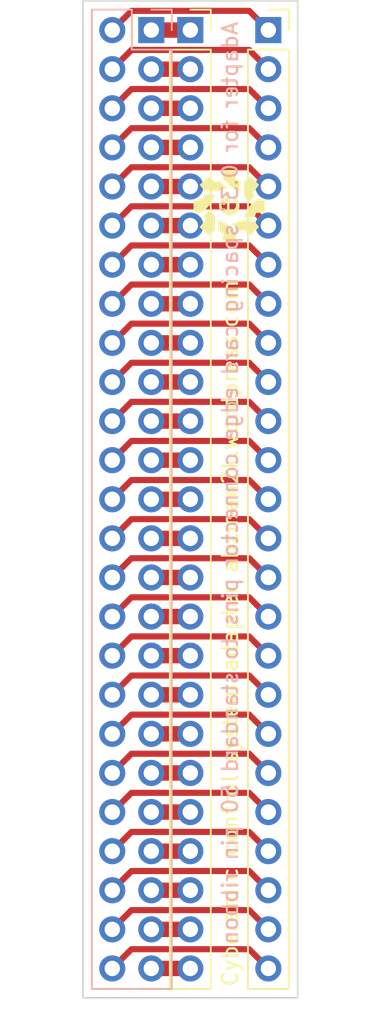
<source format=kicad_pcb>
(kicad_pcb (version 20221018) (generator pcbnew)
  (layers (0 "F.Cu" signal) (31 "B.Cu" signal) (34 "B.Paste" user) (35 "F.Paste" user) (36 "B.SilkS" user "B.Silkscreen") (37 "F.SilkS" user "F.Silkscreen") (38 "B.Mask" user) (39 "F.Mask" user) (44 "Edge.Cuts" user))
  (net 0 "")
  (net 1 "Net-(J1-Pin_1)")
  (net 2 "Net-(J1-Pin_2)")
  (net 3 "Net-(J1-Pin_3)")
  (net 4 "Net-(J1-Pin_4)")
  (net 5 "Net-(J1-Pin_5)")
  (net 6 "Net-(J1-Pin_6)")
  (net 7 "Net-(J1-Pin_7)")
  (net 8 "Net-(J1-Pin_8)")
  (net 9 "Net-(J1-Pin_9)")
  (net 10 "Net-(J1-Pin_10)")
  (net 11 "Net-(J1-Pin_11)")
  (net 12 "Net-(J1-Pin_12)")
  (net 13 "Net-(J1-Pin_13)")
  (net 14 "Net-(J1-Pin_14)")
  (net 15 "Net-(J1-Pin_15)")
  (net 16 "Net-(J1-Pin_16)")
  (net 17 "Net-(J1-Pin_17)")
  (net 18 "Net-(J1-Pin_18)")
  (net 19 "Net-(J1-Pin_19)")
  (net 20 "Net-(J1-Pin_20)")
  (net 21 "Net-(J1-Pin_21)")
  (net 22 "Net-(J1-Pin_22)")
  (net 23 "Net-(J1-Pin_23)")
  (net 24 "Net-(J1-Pin_24)")
  (net 25 "Net-(J1-Pin_25)")
  (net 26 "Net-(J2-Pin_1)")
  (net 27 "Net-(J2-Pin_2)")
  (net 28 "Net-(J2-Pin_3)")
  (net 29 "Net-(J2-Pin_4)")
  (net 30 "Net-(J2-Pin_5)")
  (net 31 "Net-(J2-Pin_6)")
  (net 32 "Net-(J2-Pin_7)")
  (net 33 "Net-(J2-Pin_8)")
  (net 34 "Net-(J2-Pin_9)")
  (net 35 "Net-(J2-Pin_10)")
  (net 36 "Net-(J2-Pin_11)")
  (net 37 "Net-(J2-Pin_12)")
  (net 38 "Net-(J2-Pin_13)")
  (net 39 "Net-(J2-Pin_14)")
  (net 40 "Net-(J2-Pin_15)")
  (net 41 "Net-(J2-Pin_16)")
  (net 42 "Net-(J2-Pin_17)")
  (net 43 "Net-(J2-Pin_18)")
  (net 44 "Net-(J2-Pin_19)")
  (net 45 "Net-(J2-Pin_20)")
  (net 46 "Net-(J2-Pin_21)")
  (net 47 "Net-(J2-Pin_22)")
  (net 48 "Net-(J2-Pin_23)")
  (net 49 "Net-(J2-Pin_24)")
  (net 50 "Net-(J2-Pin_25)")
  (footprint "Evan's parts:Evan Logo" (layer "F.Cu") (at 149.86 49.53 90)
    (fp_text reference "G***" hide)
    (fp_text value "LOGO" hide)
    (fp_poly (pts (xy 0.402529 -2.30258) (xy 0.405364 -2.280349) (xy 0.409266 -2.246086) (xy 0.413654 -2.205046) (xy 0.416757 -2.174538) (xy 0.422149 -2.122631) (xy 0.428705 -2.062982) (xy 0.435369 -2.005071) (xy 0.438475 -1.97922) (xy 0.444273 -1.929162) (xy 0.449928 -1.875688) (xy 0.454622 -1.826723) (xy 0.456648 -1.80268) (xy 0.460438 -1.766711) (xy 0.465264 -1.739565) (xy 0.470418 -1.724864) (xy 0.472188 -1.723323) (xy 0.497913 -1.715572) (xy 0.533708 -1.703951) (xy 0.574794 -1.690105) (xy 0.616397 -1.675682) (xy 0.653739 -1.662326) (xy 0.682044 -1.651685) (xy 0.692294 -1.647469) (xy 0.729187 -1.631176) (xy 0.729187 -1.266989) (xy 0.729137 -1.189378) (xy 0.728994 -1.117426) (xy 0.72877 -1.052926) (xy 0.728473 -0.997671) (xy 0.728117 -0.953454) (xy 0.72771 -0.92207) (xy 0.727264 -0.90531) (xy 0.727017 -0.90297) (xy 0.719435 -0.907653) (xy 0.700792 -0.920119) (xy 0.67427 -0.938224) (xy 0.6554 -0.951245) (xy 0.53931 -1.021325) (xy 0.413706 -1.077725) (xy 0.280993 -1.119392) (xy 0.260424 -1.124352) (xy 0.195318 -1.139437) (xy -0.128056 -1.461641) (xy -0.451431 -1.783846) (xy -0.446581 -1.827278) (xy -0.443603 -1.853623) (xy -0.439246 -1.891768) (xy -0.434132 -1.936268) (xy -0.429673 -1.97488) (xy -0.423604 -2.028589) (xy -0.417082 -2.088379) (xy -0.411075 -2.145295) (xy -0.4081 -2.174538) (xy -0.403713 -2.217204) (xy -0.399397 -2.256837) (xy -0.395735 -2.288185) (xy -0.393848 -2.30258) (xy -0.389109 -2.335133) (xy 0.397791 -2.335133)) (fill solid) (layer "F.SilkS"))
    (fp_poly (pts (xy -1.147665 0.146527) (xy -1.142586 0.165466) (xy -1.141542 0.171446) (xy -1.11341 0.303415) (xy -1.071769 0.42966) (xy -1.017745 0.547138) (xy -0.97581 0.618462) (xy -0.937525 0.677644) (xy -0.937525 1.586787) (xy -0.966166 1.611558) (xy -0.991448 1.632902) (xy -1.020196 1.656459) (xy -1.029102 1.663595) (xy -1.046299 1.677331) (xy -1.074375 1.699827) (xy -1.110683 1.728961) (xy -1.152576 1.762607) (xy -1.197407 1.798643) (xy -1.20663 1.80606) (xy -1.249697 1.840679) (xy -1.288452 1.871793) (xy -1.320755 1.89769) (xy -1.344471 1.916657) (xy -1.357461 1.926981) (xy -1.358974 1.928157) (xy -1.367153 1.923764) (xy -1.386628 1.907643) (xy -1.416612 1.880534) (xy -1.456322 1.843179) (xy -1.504974 1.79632) (xy -1.561782 1.740697) (xy -1.625962 1.677053) (xy -1.647656 1.655386) (xy -1.927226 1.375717) (xy -1.804918 1.223898) (xy -1.768665 1.178922) (xy -1.735364 1.137653) (xy -1.706804 1.102306) (xy -1.684774 1.075094) (xy -1.671064 1.058231) (xy -1.66815 1.054686) (xy -1.656567 1.040508) (xy -1.637334 1.016712) (xy -1.613637 0.987248) (xy -1.599527 0.969647) (xy -1.545363 0.902) (xy -1.583645 0.826444) (xy -1.603639 0.786217) (xy -1.623644 0.744696) (xy -1.640254 0.708989) (xy -1.644636 0.699176) (xy -1.667347 0.647463) (xy -1.413171 0.393178) (xy -1.358446 0.338573) (xy -1.307469 0.287987) (xy -1.261555 0.242702) (xy -1.222015 0.203999) (xy -1.190164 0.173163) (xy -1.167313 0.151474) (xy -1.154776 0.140216) (xy -1.152823 0.138893)) (fill solid) (layer "F.SilkS"))
    (fp_poly (pts (xy 1.138051 0.937937) (xy 1.584245 0.938347) (xy 1.623309 0.987643) (xy 1.644961 1.014886) (xy 1.664167 1.03891) (xy 1.676763 1.054508) (xy 1.687877 1.06821) (xy 1.707148 1.0921) (xy 1.73264 1.123769) (xy 1.762418 1.160806) (xy 1.794547 1.200801) (xy 1.827093 1.241344) (xy 1.858121 1.280025) (xy 1.885696 1.314434) (xy 1.907883 1.34216) (xy 1.922746 1.360794) (xy 1.928157 1.367656) (xy 1.923764 1.375835) (xy 1.907643 1.395309) (xy 1.880534 1.425294) (xy 1.843179 1.465004) (xy 1.79632 1.513655) (xy 1.740697 1.570463) (xy 1.677053 1.634643) (xy 1.655386 1.656337) (xy 1.375717 1.935908) (xy 1.223898 1.813599) (xy 1.178922 1.777347) (xy 1.137653 1.744046) (xy 1.102306 1.715486) (xy 1.075094 1.693456) (xy 1.058231 1.679745) (xy 1.054686 1.676832) (xy 1.040508 1.665249) (xy 1.016712 1.646016) (xy 0.987248 1.622318) (xy 0.969647 1.608208) (xy 0.902 1.554045) (xy 0.826444 1.592326) (xy 0.786514 1.612184) (xy 0.74558 1.631928) (xy 0.710601 1.64822) (xy 0.70082 1.652591) (xy 0.650751 1.674575) (xy 0.394007 1.418269) (xy 0.339277 1.363448) (xy 0.288722 1.312451) (xy 0.243595 1.266568) (xy 0.205146 1.22709) (xy 0.17463 1.195304) (xy 0.153297 1.172503) (xy 0.142402 1.159976) (xy 0.141269 1.157957) (xy 0.151287 1.154624) (xy 0.173511 1.14986) (xy 0.200679 1.145102) (xy 0.329993 1.115751) (xy 0.457178 1.06953) (xy 0.581033 1.006905) (xy 0.625885 0.979601) (xy 0.691858 0.937526)) (fill solid) (layer "F.SilkS"))
    (fp_poly (pts (xy -1.313961 -1.885564) (xy -1.292255 -1.86862) (xy -1.260076 -1.843148) (xy -1.220363 -1.811507) (xy -1.176053 -1.776057) (xy -1.130085 -1.739155) (xy -1.085397 -1.703163) (xy -1.044926 -1.670439) (xy -1.011611 -1.643343) (xy -0.988391 -1.624234) (xy -0.98534 -1.621682) (xy -0.968623 -1.608008) (xy -0.94475 -1.588901) (xy -0.929119 -1.576546) (xy -0.89033 -1.546058) (xy -0.82929 -1.57904) (xy -0.789437 -1.599556) (xy -0.743376 -1.621776) (xy -0.701006 -1.640925) (xy -0.700594 -1.641102) (xy -0.632938 -1.670183) (xy -0.377235 -1.414589) (xy -0.322475 -1.359713) (xy -0.271729 -1.308589) (xy -0.226277 -1.262526) (xy -0.187397 -1.222832) (xy -0.156368 -1.190815) (xy -0.134467 -1.167784) (xy -0.122975 -1.155047) (xy -0.121531 -1.152962) (xy -0.129284 -1.148399) (xy -0.149017 -1.143547) (xy -0.162765 -1.141336) (xy -0.198693 -1.134859) (xy -0.245266 -1.124228) (xy -0.296721 -1.11097) (xy -0.347298 -1.096613) (xy -0.391235 -1.082684) (xy -0.41136 -1.075422) (xy -0.463103 -1.053177) (xy -0.520849 -1.024802) (xy -0.576961 -0.994239) (xy -0.621575 -0.966917) (xy -0.665877 -0.937525) (xy -1.586588 -0.937525) (xy -1.60001 -0.958009) (xy -1.614403 -0.97796) (xy -1.625043 -0.990562) (xy -1.634351 -1.001335) (xy -1.652276 -1.022994) (xy -1.676617 -1.052845) (xy -1.705172 -1.088197) (xy -1.720105 -1.106801) (xy -1.753419 -1.148343) (xy -1.786936 -1.190063) (xy -1.817298 -1.227786) (xy -1.841147 -1.257338) (xy -1.846373 -1.263792) (xy -1.869856 -1.293173) (xy -1.891473 -1.320922) (xy -1.906815 -1.341373) (xy -1.907626 -1.342506) (xy -1.926063 -1.368398) (xy -1.367225 -1.92646)) (fill solid) (layer "F.SilkS"))
    (fp_poly (pts (xy 1.655386 -1.647656) (xy 1.721412 -1.581309) (xy 1.77965 -1.522086) (xy 1.829359 -1.470772) (xy 1.869798 -1.42815) (xy 1.900226 -1.395007) (xy 1.919901 -1.372125) (xy 1.928081 -1.360291) (xy 1.928157 -1.358974) (xy 1.920559 -1.349345) (xy 1.904029 -1.328629) (xy 1.880523 -1.299265) (xy 1.851999 -1.263687) (xy 1.820413 -1.224332) (xy 1.787723 -1.183637) (xy 1.755885 -1.144038) (xy 1.726857 -1.107971) (xy 1.702595 -1.077872) (xy 1.685056 -1.056179) (xy 1.676763 -1.046005) (xy 1.665205 -1.031821) (xy 1.645996 -1.008026) (xy 1.622322 -0.978574) (xy 1.608303 -0.961083) (xy 1.554234 -0.893553) (xy 1.600728 -0.800519) (xy 1.620311 -0.760524) (xy 1.638017 -0.722897) (xy 1.651741 -0.692196) (xy 1.65881 -0.674659) (xy 1.670397 -0.641834) (xy 1.419038 -0.390363) (xy 1.364643 -0.336077) (xy 1.314023 -0.285815) (xy 1.268496 -0.240867) (xy 1.229381 -0.202522) (xy 1.197993 -0.172069) (xy 1.175652 -0.150798) (xy 1.163674 -0.139997) (xy 1.162041 -0.138892) (xy 1.154518 -0.145776) (xy 1.151134 -0.152624) (xy 1.146758 -0.172635) (xy 1.145865 -0.185712) (xy 1.143187 -0.207862) (xy 1.135934 -0.242025) (xy 1.125275 -0.28383) (xy 1.112381 -0.328908) (xy 1.09842 -0.372887) (xy 1.087529 -0.403657) (xy 1.057099 -0.477793) (xy 1.023524 -0.544429) (xy 0.983988 -0.610096) (xy 0.946207 -0.668962) (xy 0.946207 -1.578105) (xy 0.974847 -1.602877) (xy 1.000112 -1.624221) (xy 1.028846 -1.647803) (xy 1.037783 -1.654982) (xy 1.054658 -1.668496) (xy 1.082517 -1.690881) (xy 1.118834 -1.720104) (xy 1.161081 -1.75413) (xy 1.206733 -1.790927) (xy 1.223898 -1.80477) (xy 1.375717 -1.927226)) (fill solid) (layer "F.SilkS"))
    (fp_poly (pts (xy 1.828143 -0.447424) (xy 1.857968 -0.444118) (xy 1.899141 -0.439458) (xy 1.94577 -0.434115) (xy 1.983562 -0.429739) (xy 2.037268 -0.423642) (xy 2.097055 -0.417098) (xy 2.153969 -0.411078) (xy 2.18322 -0.4081) (xy 2.225885 -0.403713) (xy 2.265518 -0.399397) (xy 2.296867 -0.395735) (xy 2.311261 -0.393848) (xy 2.343814 -0.389109) (xy 2.343814 0.397791) (xy 2.311261 0.402529) (xy 2.28903 0.405364) (xy 2.254768 0.409266) (xy 2.213727 0.413654) (xy 2.18322 0.416757) (xy 2.131312 0.422149) (xy 2.071664 0.428705) (xy 2.013753 0.435369) (xy 1.987902 0.438475) (xy 1.937843 0.444273) (xy 1.884369 0.449928) (xy 1.835404 0.454622) (xy 1.811362 0.456648) (xy 1.775411 0.460436) (xy 1.748259 0.465262) (xy 1.733536 0.470413) (xy 1.731983 0.472188) (xy 1.722236 0.504643) (xy 1.708543 0.546966) (xy 1.693054 0.59277) (xy 1.677917 0.635666) (xy 1.668156 0.661911) (xy 1.645603 0.720506) (xy 1.282884 0.720506) (xy 1.205427 0.720415) (xy 1.133625 0.720156) (xy 1.069278 0.719748) (xy 1.014183 0.719211) (xy 0.970137 0.718563) (xy 0.93894 0.717825) (xy 0.922387 0.717016) (xy 0.920164 0.716582) (xy 0.924786 0.708113) (xy 0.937032 0.689212) (xy 0.954474 0.663602) (xy 0.958742 0.657471) (xy 1.004905 0.584605) (xy 1.047866 0.5041) (xy 1.08302 0.424711) (xy 1.087745 0.412338) (xy 1.101314 0.373143) (xy 1.114879 0.329289) (xy 1.127274 0.285114) (xy 1.137337 0.244955) (xy 1.143903 0.213149) (xy 1.145865 0.195809) (xy 1.152001 0.184983) (xy 1.170443 0.162569) (xy 1.201242 0.128513) (xy 1.24445 0.082761) (xy 1.300118 0.025258) (xy 1.368298 -0.04405) (xy 1.449041 -0.125217) (xy 1.461379 -0.137558) (xy 1.776894 -0.452984)) (fill solid) (layer "F.SilkS"))
    (fp_poly (pts (xy -0.697508 0.925189) (xy -0.675679 0.940119) (xy -0.648689 0.958838) (xy -0.646204 0.960574) (xy -0.577057 1.004323) (xy -0.499561 1.045821) (xy -0.422564 1.080426) (xy -0.403657 1.087745) (xy -0.367939 1.100119) (xy -0.326697 1.11299) (xy -0.284241 1.125177) (xy -0.244881 1.135502) (xy -0.212927 1.142782) (xy -0.192689 1.145837) (xy -0.191468 1.145865) (xy -0.182876 1.151842) (xy -0.163264 1.169008) (xy -0.133826 1.196216) (xy -0.09576 1.232318) (xy -0.05026 1.276168) (xy 0.001477 1.326618) (xy 0.058255 1.38252) (xy 0.11888 1.442728) (xy 0.14162 1.465441) (xy 0.461108 1.785016) (xy 0.455761 1.832204) (xy 0.452565 1.860214) (xy 0.448018 1.899812) (xy 0.442772 1.945338) (xy 0.438354 1.983562) (xy 0.432285 2.037271) (xy 0.425764 2.09706) (xy 0.419756 2.153977) (xy 0.416782 2.18322) (xy 0.412394 2.225885) (xy 0.408078 2.265518) (xy 0.404417 2.296867) (xy 0.402529 2.311261) (xy 0.397791 2.343814) (xy -0.389109 2.343814) (xy -0.393848 2.311261) (xy -0.396682 2.28903) (xy -0.400585 2.254768) (xy -0.404973 2.213727) (xy -0.408075 2.18322) (xy -0.413468 2.131312) (xy -0.420023 2.071664) (xy -0.426687 2.013753) (xy -0.429793 1.987902) (xy -0.435592 1.937843) (xy -0.441246 1.884369) (xy -0.44594 1.835404) (xy -0.447966 1.811362) (xy -0.451756 1.775393) (xy -0.456583 1.748247) (xy -0.461736 1.733545) (xy -0.463507 1.732004) (xy -0.489232 1.724254) (xy -0.525026 1.712632) (xy -0.566113 1.698787) (xy -0.607716 1.684363) (xy -0.645058 1.671008) (xy -0.673363 1.660367) (xy -0.683612 1.656151) (xy -0.720505 1.639858) (xy -0.720505 1.275158) (xy -0.720409 1.183036) (xy -0.720094 1.107002) (xy -0.719522 1.045781) (xy -0.718654 0.9981) (xy -0.717452 0.962686) (xy -0.715877 0.938265) (xy -0.71389 0.923565) (xy -0.711454 0.91731) (xy -0.709654 0.917143)) (fill solid) (layer "F.SilkS"))
    (fp_poly (pts (xy -1.174355 -0.720409) (xy -1.09832 -0.720094) (xy -1.037099 -0.719522) (xy -0.989418 -0.718654) (xy -0.954004 -0.717452) (xy -0.929584 -0.715877) (xy -0.914883 -0.71389) (xy -0.908629 -0.711454) (xy -0.908462 -0.709654) (xy -0.916507 -0.697508) (xy -0.931437 -0.675679) (xy -0.950157 -0.648689) (xy -0.951892 -0.646204) (xy -0.995642 -0.577057) (xy -1.037139 -0.499561) (xy -1.071745 -0.422564) (xy -1.079064 -0.403657) (xy -1.091437 -0.367939) (xy -1.104308 -0.326697) (xy -1.116496 -0.284241) (xy -1.12682 -0.244881) (xy -1.1341 -0.212927) (xy -1.137156 -0.192689) (xy -1.137184 -0.191468) (xy -1.143204 -0.181948) (xy -1.160326 -0.161846) (xy -1.187138 -0.132561) (xy -1.222228 -0.095495) (xy -1.264187 -0.052046) (xy -1.311604 -0.003615) (xy -1.363066 0.0484) (xy -1.417164 0.102597) (xy -1.472487 0.157578) (xy -1.527623 0.211943) (xy -1.581162 0.264292) (xy -1.631693 0.313225) (xy -1.677804 0.357343) (xy -1.718086 0.395246) (xy -1.751126 0.425534) (xy -1.775515 0.446807) (xy -1.789841 0.457666) (xy -1.792627 0.458782) (xy -1.814226 0.456805) (xy -1.835987 0.454464) (xy -1.913921 0.445458) (xy -1.977508 0.438164) (xy -2.029643 0.432261) (xy -2.073221 0.427427) (xy -2.111136 0.42334) (xy -2.146284 0.419678) (xy -2.174538 0.41682) (xy -2.217203 0.412417) (xy -2.256835 0.408088) (xy -2.288184 0.404419) (xy -2.30258 0.402529) (xy -2.335133 0.397791) (xy -2.335133 -0.389109) (xy -2.30258 -0.393848) (xy -2.280349 -0.396682) (xy -2.246086 -0.400585) (xy -2.205046 -0.404973) (xy -2.174538 -0.408075) (xy -2.122631 -0.413468) (xy -2.062982 -0.420023) (xy -2.005071 -0.426687) (xy -1.97922 -0.429793) (xy -1.929162 -0.435592) (xy -1.875688 -0.441246) (xy -1.826723 -0.44594) (xy -1.80268 -0.447966) (xy -1.766711 -0.451756) (xy -1.739565 -0.456583) (xy -1.724864 -0.461736) (xy -1.723323 -0.463507) (xy -1.715572 -0.489232) (xy -1.703951 -0.525026) (xy -1.690105 -0.566113) (xy -1.675682 -0.607716) (xy -1.662326 -0.645058) (xy -1.651685 -0.673363) (xy -1.647469 -0.683612) (xy -1.631176 -0.720505) (xy -1.266477 -0.720505)) (fill solid) (layer "F.SilkS"))
    (fp_poly (pts (xy 0.055094 -0.674791) (xy 0.13108 -0.667998) (xy 0.19618 -0.654138) (xy 0.256005 -0.631551) (xy 0.316167 -0.598581) (xy 0.319036 -0.596786) (xy 0.384465 -0.545673) (xy 0.440304 -0.481533) (xy 0.484966 -0.406747) (xy 0.51686 -0.323696) (xy 0.526162 -0.286466) (xy 0.532673 -0.243911) (xy 0.536166 -0.19537) (xy 0.536775 -0.145001) (xy 0.534633 -0.096962) (xy 0.529876 -0.05541) (xy 0.522636 -0.024503) (xy 0.517355 -0.013095) (xy 0.503086 0.008681) (xy -0.295147 0.008681) (xy -0.294842 0.045575) (xy -0.286327 0.128333) (xy -0.262999 0.205712) (xy -0.226083 0.27566) (xy -0.176803 0.336123) (xy -0.116383 0.385049) (xy -0.08008 0.40569) (xy -0.051604 0.419478) (xy -0.029222 0.428715) (xy -0.008174 0.434312) (xy 0.016302 0.437181) (xy 0.048966 0.438233) (xy 0.090685 0.43838) (xy 0.136502 0.438056) (xy 0.169514 0.43662) (xy 0.194274 0.433375) (xy 0.215332 0.427626) (xy 0.237242 0.418676) (xy 0.246023 0.414626) (xy 0.282029 0.394771) (xy 0.323747 0.367265) (xy 0.365452 0.33629) (xy 0.401418 0.306027) (xy 0.420194 0.287417) (xy 0.437853 0.273128) (xy 0.456374 0.271219) (xy 0.479019 0.282277) (xy 0.504209 0.302542) (xy 0.541888 0.335979) (xy 0.511836 0.385656) (xy 0.453496 0.466246) (xy 0.384021 0.534289) (xy 0.304735 0.588702) (xy 0.216965 0.628405) (xy 0.212349 0.629994) (xy 0.176336 0.641109) (xy 0.142676 0.64848) (xy 0.105496 0.652992) (xy 0.058925 0.655533) (xy 0.039064 0.656126) (xy -0.006899 0.656519) (xy -0.051299 0.65552) (xy -0.088559 0.653331) (xy -0.110052 0.650755) (xy -0.181017 0.632088) (xy -0.254598 0.602187) (xy -0.323495 0.564074) (xy -0.330268 0.559647) (xy -0.399169 0.503628) (xy -0.457929 0.434762) (xy -0.505991 0.354683) (xy -0.542796 0.26502) (xy -0.567785 0.167408) (xy -0.580399 0.063477) (xy -0.58008 -0.045141) (xy -0.569395 -0.138892) (xy -0.567436 -0.147573) (xy -0.295477 -0.147573) (xy -0.05876 -0.147622) (xy 0.007461 -0.147956) (xy 0.068483 -0.148878) (xy 0.121809 -0.150305) (xy 0.164943 -0.152154) (xy 0.195387 -0.154344) (xy 0.209617 -0.156464) (xy 0.24119 -0.171609) (xy 0.261398 -0.197298) (xy 0.271229 -0.235232) (xy 0.272557 -0.264764) (xy 0.263583 -0.326483) (xy 0.238921 -0.383842) (xy 0.200132 -0.434425) (xy 0.148782 -0.475816) (xy 0.128402 -0.487542) (xy 0.08313 -0.503068) (xy 0.029764 -0.508695) (xy -0.025614 -0.504549) (xy -0.076922 -0.490755) (xy -0.094236 -0.482933) (xy -0.151433 -0.44403) (xy -0.201287 -0.39167) (xy -0.241522 -0.329001) (xy -0.269859 -0.259173) (xy -0.277389 -0.229767) (xy -0.28372 -0.200364) (xy -0.289227 -0.175198) (xy -0.291038 -0.167105) (xy -0.295477 -0.147573) (xy -0.567436 -0.147573) (xy -0.54737 -0.236509) (xy -0.514521 -0.32283) (xy -0.469085 -0.401373) (xy -0.409297 -0.475651) (xy -0.390635 -0.495258) (xy -0.317373 -0.560207) (xy -0.239009 -0.610028) (xy -0.151918 -0.646892) (xy -0.121607 -0.656309) (xy -0.083112 -0.666724) (xy -0.051721 -0.673081) (xy -0.021102 -0.676039) (xy 0.01508 -0.676264)) (fill solid) (layer "F.SilkS"))
  )
  (footprint "Connector_PinSocket_2.54mm:PinSocket_1x25_P2.54mm_Vertical" (layer "F.Cu") (at 152.4 38.1)
    (fp_text reference "J2" hide)
    (fp_text value "Conn_01x25_Socket")
    (fp_line (start -1.33 1.27) (end -1.33 62.29) (stroke (width 0.12)) (layer "F.SilkS"))
    (fp_line (start -1.33 1.27) (end 1.33 1.27) (stroke (width 0.12)) (layer "F.SilkS"))
    (fp_line (start -1.33 62.29) (end 1.33 62.29) (stroke (width 0.12)) (layer "F.SilkS"))
    (fp_line (start 0 -1.33) (end 1.33 -1.33) (stroke (width 0.12)) (layer "F.SilkS"))
    (fp_line (start 1.33 -1.33) (end 1.33 0) (stroke (width 0.12)) (layer "F.SilkS"))
    (fp_line (start 1.33 1.27) (end 1.33 62.29) (stroke (width 0.12)) (layer "F.SilkS"))
    (pad "1" thru_hole rect (at 0 0) (size 1.7 1.7) (drill 1) (layers "*.Cu" "*.Mask") (net 26 "Net-(J2-Pin_1)"))
    (pad "2" thru_hole oval (at 0 2.54) (size 1.7 1.7) (drill 1) (layers "*.Cu" "*.Mask") (net 27 "Net-(J2-Pin_2)"))
    (pad "3" thru_hole oval (at 0 5.08) (size 1.7 1.7) (drill 1) (layers "*.Cu" "*.Mask") (net 28 "Net-(J2-Pin_3)"))
    (pad "4" thru_hole oval (at 0 7.62) (size 1.7 1.7) (drill 1) (layers "*.Cu" "*.Mask") (net 29 "Net-(J2-Pin_4)"))
    (pad "5" thru_hole oval (at 0 10.16) (size 1.7 1.7) (drill 1) (layers "*.Cu" "*.Mask") (net 30 "Net-(J2-Pin_5)"))
    (pad "6" thru_hole oval (at 0 12.7) (size 1.7 1.7) (drill 1) (layers "*.Cu" "*.Mask") (net 31 "Net-(J2-Pin_6)"))
    (pad "7" thru_hole oval (at 0 15.24) (size 1.7 1.7) (drill 1) (layers "*.Cu" "*.Mask") (net 32 "Net-(J2-Pin_7)"))
    (pad "8" thru_hole oval (at 0 17.78) (size 1.7 1.7) (drill 1) (layers "*.Cu" "*.Mask") (net 33 "Net-(J2-Pin_8)"))
    (pad "9" thru_hole oval (at 0 20.32) (size 1.7 1.7) (drill 1) (layers "*.Cu" "*.Mask") (net 34 "Net-(J2-Pin_9)"))
    (pad "10" thru_hole oval (at 0 22.86) (size 1.7 1.7) (drill 1) (layers "*.Cu" "*.Mask") (net 35 "Net-(J2-Pin_10)"))
    (pad "11" thru_hole oval (at 0 25.4) (size 1.7 1.7) (drill 1) (layers "*.Cu" "*.Mask") (net 36 "Net-(J2-Pin_11)"))
    (pad "12" thru_hole oval (at 0 27.94) (size 1.7 1.7) (drill 1) (layers "*.Cu" "*.Mask") (net 37 "Net-(J2-Pin_12)"))
    (pad "13" thru_hole oval (at 0 30.48) (size 1.7 1.7) (drill 1) (layers "*.Cu" "*.Mask") (net 38 "Net-(J2-Pin_13)"))
    (pad "14" thru_hole oval (at 0 33.02) (size 1.7 1.7) (drill 1) (layers "*.Cu" "*.Mask") (net 39 "Net-(J2-Pin_14)"))
    (pad "15" thru_hole oval (at 0 35.56) (size 1.7 1.7) (drill 1) (layers "*.Cu" "*.Mask") (net 40 "Net-(J2-Pin_15)"))
    (pad "16" thru_hole oval (at 0 38.1) (size 1.7 1.7) (drill 1) (layers "*.Cu" "*.Mask") (net 41 "Net-(J2-Pin_16)"))
    (pad "17" thru_hole oval (at 0 40.64) (size 1.7 1.7) (drill 1) (layers "*.Cu" "*.Mask") (net 42 "Net-(J2-Pin_17)"))
    (pad "18" thru_hole oval (at 0 43.18) (size 1.7 1.7) (drill 1) (layers "*.Cu" "*.Mask") (net 43 "Net-(J2-Pin_18)"))
    (pad "19" thru_hole oval (at 0 45.72) (size 1.7 1.7) (drill 1) (layers "*.Cu" "*.Mask") (net 44 "Net-(J2-Pin_19)"))
    (pad "20" thru_hole oval (at 0 48.26) (size 1.7 1.7) (drill 1) (layers "*.Cu" "*.Mask") (net 45 "Net-(J2-Pin_20)"))
    (pad "21" thru_hole oval (at 0 50.8) (size 1.7 1.7) (drill 1) (layers "*.Cu" "*.Mask") (net 46 "Net-(J2-Pin_21)"))
    (pad "22" thru_hole oval (at 0 53.34) (size 1.7 1.7) (drill 1) (layers "*.Cu" "*.Mask") (net 47 "Net-(J2-Pin_22)"))
    (pad "23" thru_hole oval (at 0 55.88) (size 1.7 1.7) (drill 1) (layers "*.Cu" "*.Mask") (net 48 "Net-(J2-Pin_23)"))
    (pad "24" thru_hole oval (at 0 58.42) (size 1.7 1.7) (drill 1) (layers "*.Cu" "*.Mask") (net 49 "Net-(J2-Pin_24)"))
    (pad "25" thru_hole oval (at 0 60.96) (size 1.7 1.7) (drill 1) (layers "*.Cu" "*.Mask") (net 50 "Net-(J2-Pin_25)"))
  )
  (footprint "Connector_PinSocket_2.54mm:PinSocket_1x25_P2.54mm_Vertical" (layer "F.Cu") (at 147.32 38.1)
    (fp_text reference "J1" hide)
    (fp_text value "Conn_01x25_Socket")
    (fp_line (start -1.33 1.27) (end -1.33 62.29) (stroke (width 0.12)) (layer "F.SilkS"))
    (fp_line (start -1.33 1.27) (end 1.33 1.27) (stroke (width 0.12)) (layer "F.SilkS"))
    (fp_line (start -1.33 62.29) (end 1.33 62.29) (stroke (width 0.12)) (layer "F.SilkS"))
    (fp_line (start 0 -1.33) (end 1.33 -1.33) (stroke (width 0.12)) (layer "F.SilkS"))
    (fp_line (start 1.33 -1.33) (end 1.33 0) (stroke (width 0.12)) (layer "F.SilkS"))
    (fp_line (start 1.33 1.27) (end 1.33 62.29) (stroke (width 0.12)) (layer "F.SilkS"))
    (pad "1" thru_hole rect (at 0 0) (size 1.7 1.7) (drill 1) (layers "*.Cu" "*.Mask") (net 1 "Net-(J1-Pin_1)"))
    (pad "2" thru_hole oval (at 0 2.54) (size 1.7 1.7) (drill 1) (layers "*.Cu" "*.Mask") (net 2 "Net-(J1-Pin_2)"))
    (pad "3" thru_hole oval (at 0 5.08) (size 1.7 1.7) (drill 1) (layers "*.Cu" "*.Mask") (net 3 "Net-(J1-Pin_3)"))
    (pad "4" thru_hole oval (at 0 7.62) (size 1.7 1.7) (drill 1) (layers "*.Cu" "*.Mask") (net 4 "Net-(J1-Pin_4)"))
    (pad "5" thru_hole oval (at 0 10.16) (size 1.7 1.7) (drill 1) (layers "*.Cu" "*.Mask") (net 5 "Net-(J1-Pin_5)"))
    (pad "6" thru_hole oval (at 0 12.7) (size 1.7 1.7) (drill 1) (layers "*.Cu" "*.Mask") (net 6 "Net-(J1-Pin_6)"))
    (pad "7" thru_hole oval (at 0 15.24) (size 1.7 1.7) (drill 1) (layers "*.Cu" "*.Mask") (net 7 "Net-(J1-Pin_7)"))
    (pad "8" thru_hole oval (at 0 17.78) (size 1.7 1.7) (drill 1) (layers "*.Cu" "*.Mask") (net 8 "Net-(J1-Pin_8)"))
    (pad "9" thru_hole oval (at 0 20.32) (size 1.7 1.7) (drill 1) (layers "*.Cu" "*.Mask") (net 9 "Net-(J1-Pin_9)"))
    (pad "10" thru_hole oval (at 0 22.86) (size 1.7 1.7) (drill 1) (layers "*.Cu" "*.Mask") (net 10 "Net-(J1-Pin_10)"))
    (pad "11" thru_hole oval (at 0 25.4) (size 1.7 1.7) (drill 1) (layers "*.Cu" "*.Mask") (net 11 "Net-(J1-Pin_11)"))
    (pad "12" thru_hole oval (at 0 27.94) (size 1.7 1.7) (drill 1) (layers "*.Cu" "*.Mask") (net 12 "Net-(J1-Pin_12)"))
    (pad "13" thru_hole oval (at 0 30.48) (size 1.7 1.7) (drill 1) (layers "*.Cu" "*.Mask") (net 13 "Net-(J1-Pin_13)"))
    (pad "14" thru_hole oval (at 0 33.02) (size 1.7 1.7) (drill 1) (layers "*.Cu" "*.Mask") (net 14 "Net-(J1-Pin_14)"))
    (pad "15" thru_hole oval (at 0 35.56) (size 1.7 1.7) (drill 1) (layers "*.Cu" "*.Mask") (net 15 "Net-(J1-Pin_15)"))
    (pad "16" thru_hole oval (at 0 38.1) (size 1.7 1.7) (drill 1) (layers "*.Cu" "*.Mask") (net 16 "Net-(J1-Pin_16)"))
    (pad "17" thru_hole oval (at 0 40.64) (size 1.7 1.7) (drill 1) (layers "*.Cu" "*.Mask") (net 17 "Net-(J1-Pin_17)"))
    (pad "18" thru_hole oval (at 0 43.18) (size 1.7 1.7) (drill 1) (layers "*.Cu" "*.Mask") (net 18 "Net-(J1-Pin_18)"))
    (pad "19" thru_hole oval (at 0 45.72) (size 1.7 1.7) (drill 1) (layers "*.Cu" "*.Mask") (net 19 "Net-(J1-Pin_19)"))
    (pad "20" thru_hole oval (at 0 48.26) (size 1.7 1.7) (drill 1) (layers "*.Cu" "*.Mask") (net 20 "Net-(J1-Pin_20)"))
    (pad "21" thru_hole oval (at 0 50.8) (size 1.7 1.7) (drill 1) (layers "*.Cu" "*.Mask") (net 21 "Net-(J1-Pin_21)"))
    (pad "22" thru_hole oval (at 0 53.34) (size 1.7 1.7) (drill 1) (layers "*.Cu" "*.Mask") (net 22 "Net-(J1-Pin_22)"))
    (pad "23" thru_hole oval (at 0 55.88) (size 1.7 1.7) (drill 1) (layers "*.Cu" "*.Mask") (net 23 "Net-(J1-Pin_23)"))
    (pad "24" thru_hole oval (at 0 58.42) (size 1.7 1.7) (drill 1) (layers "*.Cu" "*.Mask") (net 24 "Net-(J1-Pin_24)"))
    (pad "25" thru_hole oval (at 0 60.96) (size 1.7 1.7) (drill 1) (layers "*.Cu" "*.Mask") (net 25 "Net-(J1-Pin_25)"))
  )
  (footprint "Connector_PinHeader_2.54mm:PinHeader_2x25_P2.54mm_Vertical" (layer "B.Cu") (at 144.78 38.1 180)
    (fp_text reference "J3" hide)
    (fp_text value "Conn_02x25_Odd_Even")
    (fp_line (start -1.33 -62.29) (end 3.87 -62.29) (stroke (width 0.12)) (layer "B.SilkS"))
    (fp_line (start -1.33 -1.27) (end -1.33 -62.29) (stroke (width 0.12)) (layer "B.SilkS"))
    (fp_line (start -1.33 -1.27) (end 1.27 -1.27) (stroke (width 0.12)) (layer "B.SilkS"))
    (fp_line (start -1.33 0) (end -1.33 1.33) (stroke (width 0.12)) (layer "B.SilkS"))
    (fp_line (start -1.33 1.33) (end 0 1.33) (stroke (width 0.12)) (layer "B.SilkS"))
    (fp_line (start 1.27 -1.27) (end 1.27 1.33) (stroke (width 0.12)) (layer "B.SilkS"))
    (fp_line (start 1.27 1.33) (end 3.87 1.33) (stroke (width 0.12)) (layer "B.SilkS"))
    (fp_line (start 3.87 1.33) (end 3.87 -62.29) (stroke (width 0.12)) (layer "B.SilkS"))
    (pad "1" thru_hole rect (at 0 0 180) (size 1.7 1.7) (drill 1) (layers "*.Cu" "*.Mask") (net 1 "Net-(J1-Pin_1)"))
    (pad "2" thru_hole oval (at 2.54 0 180) (size 1.7 1.7) (drill 1) (layers "*.Cu" "*.Mask") (net 26 "Net-(J2-Pin_1)"))
    (pad "3" thru_hole oval (at 0 -2.54 180) (size 1.7 1.7) (drill 1) (layers "*.Cu" "*.Mask") (net 2 "Net-(J1-Pin_2)"))
    (pad "4" thru_hole oval (at 2.54 -2.54 180) (size 1.7 1.7) (drill 1) (layers "*.Cu" "*.Mask") (net 27 "Net-(J2-Pin_2)"))
    (pad "5" thru_hole oval (at 0 -5.08 180) (size 1.7 1.7) (drill 1) (layers "*.Cu" "*.Mask") (net 3 "Net-(J1-Pin_3)"))
    (pad "6" thru_hole oval (at 2.54 -5.08 180) (size 1.7 1.7) (drill 1) (layers "*.Cu" "*.Mask") (net 28 "Net-(J2-Pin_3)"))
    (pad "7" thru_hole oval (at 0 -7.62 180) (size 1.7 1.7) (drill 1) (layers "*.Cu" "*.Mask") (net 4 "Net-(J1-Pin_4)"))
    (pad "8" thru_hole oval (at 2.54 -7.62 180) (size 1.7 1.7) (drill 1) (layers "*.Cu" "*.Mask") (net 29 "Net-(J2-Pin_4)"))
    (pad "9" thru_hole oval (at 0 -10.16 180) (size 1.7 1.7) (drill 1) (layers "*.Cu" "*.Mask") (net 5 "Net-(J1-Pin_5)"))
    (pad "10" thru_hole oval (at 2.54 -10.16 180) (size 1.7 1.7) (drill 1) (layers "*.Cu" "*.Mask") (net 30 "Net-(J2-Pin_5)"))
    (pad "11" thru_hole oval (at 0 -12.7 180) (size 1.7 1.7) (drill 1) (layers "*.Cu" "*.Mask") (net 6 "Net-(J1-Pin_6)"))
    (pad "12" thru_hole oval (at 2.54 -12.7 180) (size 1.7 1.7) (drill 1) (layers "*.Cu" "*.Mask") (net 31 "Net-(J2-Pin_6)"))
    (pad "13" thru_hole oval (at 0 -15.24 180) (size 1.7 1.7) (drill 1) (layers "*.Cu" "*.Mask") (net 7 "Net-(J1-Pin_7)"))
    (pad "14" thru_hole oval (at 2.54 -15.24 180) (size 1.7 1.7) (drill 1) (layers "*.Cu" "*.Mask") (net 32 "Net-(J2-Pin_7)"))
    (pad "15" thru_hole oval (at 0 -17.78 180) (size 1.7 1.7) (drill 1) (layers "*.Cu" "*.Mask") (net 8 "Net-(J1-Pin_8)"))
    (pad "16" thru_hole oval (at 2.54 -17.78 180) (size 1.7 1.7) (drill 1) (layers "*.Cu" "*.Mask") (net 33 "Net-(J2-Pin_8)"))
    (pad "17" thru_hole oval (at 0 -20.32 180) (size 1.7 1.7) (drill 1) (layers "*.Cu" "*.Mask") (net 9 "Net-(J1-Pin_9)"))
    (pad "18" thru_hole oval (at 2.54 -20.32 180) (size 1.7 1.7) (drill 1) (layers "*.Cu" "*.Mask") (net 34 "Net-(J2-Pin_9)"))
    (pad "19" thru_hole oval (at 0 -22.86 180) (size 1.7 1.7) (drill 1) (layers "*.Cu" "*.Mask") (net 10 "Net-(J1-Pin_10)"))
    (pad "20" thru_hole oval (at 2.54 -22.86 180) (size 1.7 1.7) (drill 1) (layers "*.Cu" "*.Mask") (net 35 "Net-(J2-Pin_10)"))
    (pad "21" thru_hole oval (at 0 -25.4 180) (size 1.7 1.7) (drill 1) (layers "*.Cu" "*.Mask") (net 11 "Net-(J1-Pin_11)"))
    (pad "22" thru_hole oval (at 2.54 -25.4 180) (size 1.7 1.7) (drill 1) (layers "*.Cu" "*.Mask") (net 36 "Net-(J2-Pin_11)"))
    (pad "23" thru_hole oval (at 0 -27.94 180) (size 1.7 1.7) (drill 1) (layers "*.Cu" "*.Mask") (net 12 "Net-(J1-Pin_12)"))
    (pad "24" thru_hole oval (at 2.54 -27.94 180) (size 1.7 1.7) (drill 1) (layers "*.Cu" "*.Mask") (net 37 "Net-(J2-Pin_12)"))
    (pad "25" thru_hole oval (at 0 -30.48 180) (size 1.7 1.7) (drill 1) (layers "*.Cu" "*.Mask") (net 13 "Net-(J1-Pin_13)"))
    (pad "26" thru_hole oval (at 2.54 -30.48 180) (size 1.7 1.7) (drill 1) (layers "*.Cu" "*.Mask") (net 38 "Net-(J2-Pin_13)"))
    (pad "27" thru_hole oval (at 0 -33.02 180) (size 1.7 1.7) (drill 1) (layers "*.Cu" "*.Mask") (net 14 "Net-(J1-Pin_14)"))
    (pad "28" thru_hole oval (at 2.54 -33.02 180) (size 1.7 1.7) (drill 1) (layers "*.Cu" "*.Mask") (net 39 "Net-(J2-Pin_14)"))
    (pad "29" thru_hole oval (at 0 -35.56 180) (size 1.7 1.7) (drill 1) (layers "*.Cu" "*.Mask") (net 15 "Net-(J1-Pin_15)"))
    (pad "30" thru_hole oval (at 2.54 -35.56 180) (size 1.7 1.7) (drill 1) (layers "*.Cu" "*.Mask") (net 40 "Net-(J2-Pin_15)"))
    (pad "31" thru_hole oval (at 0 -38.1 180) (size 1.7 1.7) (drill 1) (layers "*.Cu" "*.Mask") (net 16 "Net-(J1-Pin_16)"))
    (pad "32" thru_hole oval (at 2.54 -38.1 180) (size 1.7 1.7) (drill 1) (layers "*.Cu" "*.Mask") (net 41 "Net-(J2-Pin_16)"))
    (pad "33" thru_hole oval (at 0 -40.64 180) (size 1.7 1.7) (drill 1) (layers "*.Cu" "*.Mask") (net 17 "Net-(J1-Pin_17)"))
    (pad "34" thru_hole oval (at 2.54 -40.64 180) (size 1.7 1.7) (drill 1) (layers "*.Cu" "*.Mask") (net 42 "Net-(J2-Pin_17)"))
    (pad "35" thru_hole oval (at 0 -43.18 180) (size 1.7 1.7) (drill 1) (layers "*.Cu" "*.Mask") (net 18 "Net-(J1-Pin_18)"))
    (pad "36" thru_hole oval (at 2.54 -43.18 180) (size 1.7 1.7) (drill 1) (layers "*.Cu" "*.Mask") (net 43 "Net-(J2-Pin_18)"))
    (pad "37" thru_hole oval (at 0 -45.72 180) (size 1.7 1.7) (drill 1) (layers "*.Cu" "*.Mask") (net 19 "Net-(J1-Pin_19)"))
    (pad "38" thru_hole oval (at 2.54 -45.72 180) (size 1.7 1.7) (drill 1) (layers "*.Cu" "*.Mask") (net 44 "Net-(J2-Pin_19)"))
    (pad "39" thru_hole oval (at 0 -48.26 180) (size 1.7 1.7) (drill 1) (layers "*.Cu" "*.Mask") (net 20 "Net-(J1-Pin_20)"))
    (pad "40" thru_hole oval (at 2.54 -48.26 180) (size 1.7 1.7) (drill 1) (layers "*.Cu" "*.Mask") (net 45 "Net-(J2-Pin_20)"))
    (pad "41" thru_hole oval (at 0 -50.8 180) (size 1.7 1.7) (drill 1) (layers "*.Cu" "*.Mask") (net 21 "Net-(J1-Pin_21)"))
    (pad "42" thru_hole oval (at 2.54 -50.8 180) (size 1.7 1.7) (drill 1) (layers "*.Cu" "*.Mask") (net 46 "Net-(J2-Pin_21)"))
    (pad "43" thru_hole oval (at 0 -53.34 180) (size 1.7 1.7) (drill 1) (layers "*.Cu" "*.Mask") (net 22 "Net-(J1-Pin_22)"))
    (pad "44" thru_hole oval (at 2.54 -53.34 180) (size 1.7 1.7) (drill 1) (layers "*.Cu" "*.Mask") (net 47 "Net-(J2-Pin_22)"))
    (pad "45" thru_hole oval (at 0 -55.88 180) (size 1.7 1.7) (drill 1) (layers "*.Cu" "*.Mask") (net 23 "Net-(J1-Pin_23)"))
    (pad "46" thru_hole oval (at 2.54 -55.88 180) (size 1.7 1.7) (drill 1) (layers "*.Cu" "*.Mask") (net 48 "Net-(J2-Pin_23)"))
    (pad "47" thru_hole oval (at 0 -58.42 180) (size 1.7 1.7) (drill 1) (layers "*.Cu" "*.Mask") (net 24 "Net-(J1-Pin_24)"))
    (pad "48" thru_hole oval (at 2.54 -58.42 180) (size 1.7 1.7) (drill 1) (layers "*.Cu" "*.Mask") (net 49 "Net-(J2-Pin_24)"))
    (pad "49" thru_hole oval (at 0 -60.96 180) (size 1.7 1.7) (drill 1) (layers "*.Cu" "*.Mask") (net 25 "Net-(J1-Pin_25)"))
    (pad "50" thru_hole oval (at 2.54 -60.96 180) (size 1.7 1.7) (drill 1) (layers "*.Cu" "*.Mask") (net 50 "Net-(J2-Pin_25)"))
  )
  (gr_rect (start 140.335 36.195) (end 154.305 100.965) (stroke (width 0.1)) (fill none) (layer "Edge.Cuts"))
  (gr_text "Adapter for 0.3{dblquote} spacing card edge connector pins to standard 50 pin ribbon" (at 150.495 37.465 90) (layer "B.SilkS") (effects (font (size 1 1)) (justify left bottom mirror)))
  (gr_text "Cyberamic control system adapter abzman2k.wordpress.com" (at 150.495 100.33 90) (layer "F.SilkS") (effects (font (size 1 1)) (justify left bottom)))
  (segment (start 147.32 38.1) (end 144.78 38.1) (width 1) (layer "F.Cu") (net 1))
  (segment (start 147.32 40.64) (end 144.78 40.64) (width 1) (layer "F.Cu") (net 2))
  (segment (start 147.32 43.18) (end 144.78 43.18) (width 1) (layer "F.Cu") (net 3))
  (segment (start 147.32 45.72) (end 144.78 45.72) (width 1) (layer "F.Cu") (net 4))
  (segment (start 147.32 48.26) (end 144.78 48.26) (width 1) (layer "F.Cu") (net 5))
  (segment (start 147.32 50.8) (end 144.78 50.8) (width 1) (layer "F.Cu") (net 6))
  (segment (start 147.32 53.34) (end 144.78 53.34) (width 1) (layer "F.Cu") (net 7))
  (segment (start 147.32 55.88) (end 144.78 55.88) (width 1) (layer "F.Cu") (net 8))
  (segment (start 147.32 58.42) (end 144.78 58.42) (width 1) (layer "F.Cu") (net 9))
  (segment (start 147.32 60.96) (end 144.78 60.96) (width 1) (layer "F.Cu") (net 10))
  (segment (start 147.32 63.5) (end 144.78 63.5) (width 1) (layer "F.Cu") (net 11))
  (segment (start 147.32 66.04) (end 144.78 66.04) (width 1) (layer "F.Cu") (net 12))
  (segment (start 147.32 68.58) (end 144.78 68.58) (width 1) (layer "F.Cu") (net 13))
  (segment (start 147.32 71.12) (end 144.78 71.12) (width 1) (layer "F.Cu") (net 14))
  (segment (start 147.32 73.66) (end 144.78 73.66) (width 1) (layer "F.Cu") (net 15))
  (segment (start 147.32 76.2) (end 144.78 76.2) (width 1) (layer "F.Cu") (net 16))
  (segment (start 147.32 78.74) (end 144.78 78.74) (width 1) (layer "F.Cu") (net 17))
  (segment (start 147.32 81.28) (end 144.78 81.28) (width 1) (layer "F.Cu") (net 18))
  (segment (start 147.32 83.82) (end 144.78 83.82) (width 1) (layer "F.Cu") (net 19))
  (segment (start 147.32 86.36) (end 144.78 86.36) (width 1) (layer "F.Cu") (net 20))
  (segment (start 147.32 88.9) (end 144.78 88.9) (width 1) (layer "F.Cu") (net 21))
  (segment (start 147.32 91.44) (end 144.78 91.44) (width 1) (layer "F.Cu") (net 22))
  (segment (start 147.32 93.98) (end 144.78 93.98) (width 1) (layer "F.Cu") (net 23))
  (segment (start 147.32 96.52) (end 144.78 96.52) (width 1) (layer "F.Cu") (net 24))
  (segment (start 147.32 99.06) (end 144.78 99.06) (width 1) (layer "F.Cu") (net 25))
  (segment (start 152.4 38.1) (end 151.15 36.85) (width 0.4) (layer "F.Cu") (net 26))
  (segment (start 151.15 36.85) (end 143.49 36.85) (width 0.4) (layer "F.Cu") (net 26))
  (segment (start 143.49 36.85) (end 142.24 38.1) (width 0.4) (layer "F.Cu") (net 26))
  (segment (start 152.4 40.64) (end 151.15 39.39) (width 0.4) (layer "F.Cu") (net 27))
  (segment (start 151.15 39.39) (end 143.49 39.39) (width 0.4) (layer "F.Cu") (net 27))
  (segment (start 143.49 39.39) (end 142.24 40.64) (width 0.4) (layer "F.Cu") (net 27))
  (segment (start 151.15 41.93) (end 143.49 41.93) (width 0.4) (layer "F.Cu") (net 28))
  (segment (start 152.4 43.18) (end 151.15 41.93) (width 0.4) (layer "F.Cu") (net 28))
  (segment (start 143.49 41.93) (end 142.24 43.18) (width 0.4) (layer "F.Cu") (net 28))
  (segment (start 151.15 44.47) (end 143.49 44.47) (width 0.4) (layer "F.Cu") (net 29))
  (segment (start 152.4 45.72) (end 151.15 44.47) (width 0.4) (layer "F.Cu") (net 29))
  (segment (start 143.49 44.47) (end 142.24 45.72) (width 0.4) (layer "F.Cu") (net 29))
  (segment (start 152.4 48.26) (end 151.15 47.01) (width 0.4) (layer "F.Cu") (net 30))
  (segment (start 151.15 47.01) (end 143.49 47.01) (width 0.4) (layer "F.Cu") (net 30))
  (segment (start 143.49 47.01) (end 142.24 48.26) (width 0.4) (layer "F.Cu") (net 30))
  (segment (start 152.4 50.8) (end 151.15 49.55) (width 0.4) (layer "F.Cu") (net 31))
  (segment (start 151.15 49.55) (end 143.49 49.55) (width 0.4) (layer "F.Cu") (net 31))
  (segment (start 143.49 49.55) (end 142.24 50.8) (width 0.4) (layer "F.Cu") (net 31))
  (segment (start 151.15 52.09) (end 143.49 52.09) (width 0.4) (layer "F.Cu") (net 32))
  (segment (start 152.4 53.34) (end 151.15 52.09) (width 0.4) (layer "F.Cu") (net 32))
  (segment (start 143.49 52.09) (end 142.24 53.34) (width 0.4) (layer "F.Cu") (net 32))
  (segment (start 143.49 54.63) (end 142.24 55.88) (width 0.4) (layer "F.Cu") (net 33))
  (segment (start 151.15 54.63) (end 143.49 54.63) (width 0.4) (layer "F.Cu") (net 33))
  (segment (start 152.4 55.88) (end 151.15 54.63) (width 0.4) (layer "F.Cu") (net 33))
  (segment (start 151.15 57.17) (end 143.49 57.17) (width 0.4) (layer "F.Cu") (net 34))
  (segment (start 143.49 57.17) (end 142.24 58.42) (width 0.4) (layer "F.Cu") (net 34))
  (segment (start 152.4 58.42) (end 151.15 57.17) (width 0.4) (layer "F.Cu") (net 34))
  (segment (start 151.15 59.71) (end 143.49 59.71) (width 0.4) (layer "F.Cu") (net 35))
  (segment (start 143.49 59.71) (end 142.24 60.96) (width 0.4) (layer "F.Cu") (net 35))
  (segment (start 152.4 60.96) (end 151.15 59.71) (width 0.4) (layer "F.Cu") (net 35))
  (segment (start 152.4 63.5) (end 151.15 62.25) (width 0.4) (layer "F.Cu") (net 36))
  (segment (start 143.49 62.25) (end 142.24 63.5) (width 0.4) (layer "F.Cu") (net 36))
  (segment (start 151.15 62.25) (end 143.49 62.25) (width 0.4) (layer "F.Cu") (net 36))
  (segment (start 143.49 64.79) (end 142.24 66.04) (width 0.4) (layer "F.Cu") (net 37))
  (segment (start 152.4 66.04) (end 151.15 64.79) (width 0.4) (layer "F.Cu") (net 37))
  (segment (start 151.15 64.79) (end 143.49 64.79) (width 0.4) (layer "F.Cu") (net 37))
  (segment (start 152.4 68.58) (end 151.15 67.33) (width 0.4) (layer "F.Cu") (net 38))
  (segment (start 151.15 67.33) (end 143.49 67.33) (width 0.4) (layer "F.Cu") (net 38))
  (segment (start 143.49 67.33) (end 142.24 68.58) (width 0.4) (layer "F.Cu") (net 38))
  (segment (start 152.4 71.12) (end 151.15 69.87) (width 0.4) (layer "F.Cu") (net 39))
  (segment (start 143.49 69.87) (end 142.24 71.12) (width 0.4) (layer "F.Cu") (net 39))
  (segment (start 151.15 69.87) (end 143.49 69.87) (width 0.4) (layer "F.Cu") (net 39))
  (segment (start 143.49 72.41) (end 142.24 73.66) (width 0.4) (layer "F.Cu") (net 40))
  (segment (start 152.4 73.66) (end 151.15 72.41) (width 0.4) (layer "F.Cu") (net 40))
  (segment (start 151.15 72.41) (end 143.49 72.41) (width 0.4) (layer "F.Cu") (net 40))
  (segment (start 151.15 74.95) (end 143.49 74.95) (width 0.4) (layer "F.Cu") (net 41))
  (segment (start 143.49 74.95) (end 142.24 76.2) (width 0.4) (layer "F.Cu") (net 41))
  (segment (start 152.4 76.2) (end 151.15 74.95) (width 0.4) (layer "F.Cu") (net 41))
  (segment (start 152.4 78.74) (end 151.15 77.49) (width 0.4) (layer "F.Cu") (net 42))
  (segment (start 143.49 77.49) (end 142.24 78.74) (width 0.4) (layer "F.Cu") (net 42))
  (segment (start 151.15 77.49) (end 143.49 77.49) (width 0.4) (layer "F.Cu") (net 42))
  (segment (start 152.4 81.28) (end 151.15 80.03) (width 0.4) (layer "F.Cu") (net 43))
  (segment (start 143.49 80.03) (end 142.24 81.28) (width 0.4) (layer "F.Cu") (net 43))
  (segment (start 151.15 80.03) (end 143.49 80.03) (width 0.4) (layer "F.Cu") (net 43))
  (segment (start 152.4 83.82) (end 151.15 82.57) (width 0.4) (layer "F.Cu") (net 44))
  (segment (start 151.15 82.57) (end 143.49 82.57) (width 0.4) (layer "F.Cu") (net 44))
  (segment (start 143.49 82.57) (end 142.24 83.82) (width 0.4) (layer "F.Cu") (net 44))
  (segment (start 152.4 86.36) (end 151.15 85.11) (width 0.4) (layer "F.Cu") (net 45))
  (segment (start 151.15 85.11) (end 143.49 85.11) (width 0.4) (layer "F.Cu") (net 45))
  (segment (start 143.49 85.11) (end 142.24 86.36) (width 0.4) (layer "F.Cu") (net 45))
  (segment (start 143.49 87.65) (end 142.24 88.9) (width 0.4) (layer "F.Cu") (net 46))
  (segment (start 151.15 87.65) (end 143.49 87.65) (width 0.4) (layer "F.Cu") (net 46))
  (segment (start 152.4 88.9) (end 151.15 87.65) (width 0.4) (layer "F.Cu") (net 46))
  (segment (start 151.15 90.19) (end 143.49 90.19) (width 0.4) (layer "F.Cu") (net 47))
  (segment (start 143.49 90.19) (end 142.24 91.44) (width 0.4) (layer "F.Cu") (net 47))
  (segment (start 152.4 91.44) (end 151.15 90.19) (width 0.4) (layer "F.Cu") (net 47))
  (segment (start 152.4 93.98) (end 151.15 92.73) (width 0.4) (layer "F.Cu") (net 48))
  (segment (start 143.49 92.73) (end 142.24 93.98) (width 0.4) (layer "F.Cu") (net 48))
  (segment (start 151.15 92.73) (end 143.49 92.73) (width 0.4) (layer "F.Cu") (net 48))
  (segment (start 152.4 96.52) (end 151.15 95.27) (width 0.4) (layer "F.Cu") (net 49))
  (segment (start 151.15 95.27) (end 143.49 95.27) (width 0.4) (layer "F.Cu") (net 49))
  (segment (start 143.49 95.27) (end 142.24 96.52) (width 0.4) (layer "F.Cu") (net 49))
  (segment (start 152.4 99.06) (end 151.15 97.81) (width 0.4) (layer "F.Cu") (net 50))
  (segment (start 151.15 97.81) (end 143.49 97.81) (width 0.4) (layer "F.Cu") (net 50))
  (segment (start 143.49 97.81) (end 142.24 99.06) (width 0.4) (layer "F.Cu") (net 50))
)
</source>
